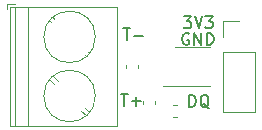
<source format=gbr>
G04 #@! TF.GenerationSoftware,KiCad,Pcbnew,(5.1.4)-1*
G04 #@! TF.CreationDate,2020-03-20T01:19:45-05:00*
G04 #@! TF.ProjectId,MAX31850 Breakout,4d415833-3138-4353-9020-427265616b6f,rev?*
G04 #@! TF.SameCoordinates,Original*
G04 #@! TF.FileFunction,Legend,Top*
G04 #@! TF.FilePolarity,Positive*
%FSLAX46Y46*%
G04 Gerber Fmt 4.6, Leading zero omitted, Abs format (unit mm)*
G04 Created by KiCad (PCBNEW (5.1.4)-1) date 2020-03-20 01:19:45*
%MOMM*%
%LPD*%
G04 APERTURE LIST*
%ADD10C,0.150000*%
%ADD11C,0.120000*%
G04 APERTURE END LIST*
D10*
X54483095Y-68524500D02*
X54387857Y-68476880D01*
X54245000Y-68476880D01*
X54102142Y-68524500D01*
X54006904Y-68619738D01*
X53959285Y-68714976D01*
X53911666Y-68905452D01*
X53911666Y-69048309D01*
X53959285Y-69238785D01*
X54006904Y-69334023D01*
X54102142Y-69429261D01*
X54245000Y-69476880D01*
X54340238Y-69476880D01*
X54483095Y-69429261D01*
X54530714Y-69381642D01*
X54530714Y-69048309D01*
X54340238Y-69048309D01*
X54959285Y-69476880D02*
X54959285Y-68476880D01*
X55530714Y-69476880D01*
X55530714Y-68476880D01*
X56006904Y-69476880D02*
X56006904Y-68476880D01*
X56245000Y-68476880D01*
X56387857Y-68524500D01*
X56483095Y-68619738D01*
X56530714Y-68714976D01*
X56578333Y-68905452D01*
X56578333Y-69048309D01*
X56530714Y-69238785D01*
X56483095Y-69334023D01*
X56387857Y-69429261D01*
X56245000Y-69476880D01*
X56006904Y-69476880D01*
X54522785Y-74747380D02*
X54522785Y-73747380D01*
X54760880Y-73747380D01*
X54903738Y-73795000D01*
X54998976Y-73890238D01*
X55046595Y-73985476D01*
X55094214Y-74175952D01*
X55094214Y-74318809D01*
X55046595Y-74509285D01*
X54998976Y-74604523D01*
X54903738Y-74699761D01*
X54760880Y-74747380D01*
X54522785Y-74747380D01*
X56189452Y-74842619D02*
X56094214Y-74795000D01*
X55998976Y-74699761D01*
X55856119Y-74556904D01*
X55760880Y-74509285D01*
X55665642Y-74509285D01*
X55713261Y-74747380D02*
X55618023Y-74699761D01*
X55522785Y-74604523D01*
X55475166Y-74414047D01*
X55475166Y-74080714D01*
X55522785Y-73890238D01*
X55618023Y-73795000D01*
X55713261Y-73747380D01*
X55903738Y-73747380D01*
X55998976Y-73795000D01*
X56094214Y-73890238D01*
X56141833Y-74080714D01*
X56141833Y-74414047D01*
X56094214Y-74604523D01*
X55998976Y-74699761D01*
X55903738Y-74747380D01*
X55713261Y-74747380D01*
X54070404Y-67079880D02*
X54689452Y-67079880D01*
X54356119Y-67460833D01*
X54498976Y-67460833D01*
X54594214Y-67508452D01*
X54641833Y-67556071D01*
X54689452Y-67651309D01*
X54689452Y-67889404D01*
X54641833Y-67984642D01*
X54594214Y-68032261D01*
X54498976Y-68079880D01*
X54213261Y-68079880D01*
X54118023Y-68032261D01*
X54070404Y-67984642D01*
X54975166Y-67079880D02*
X55308500Y-68079880D01*
X55641833Y-67079880D01*
X55879928Y-67079880D02*
X56498976Y-67079880D01*
X56165642Y-67460833D01*
X56308500Y-67460833D01*
X56403738Y-67508452D01*
X56451357Y-67556071D01*
X56498976Y-67651309D01*
X56498976Y-67889404D01*
X56451357Y-67984642D01*
X56403738Y-68032261D01*
X56308500Y-68079880D01*
X56022785Y-68079880D01*
X55927547Y-68032261D01*
X55879928Y-67984642D01*
X48752238Y-73620380D02*
X49323666Y-73620380D01*
X49037952Y-74620380D02*
X49037952Y-73620380D01*
X49657000Y-74239428D02*
X50418904Y-74239428D01*
X50037952Y-74620380D02*
X50037952Y-73858476D01*
X48942738Y-68095880D02*
X49514166Y-68095880D01*
X49228452Y-69095880D02*
X49228452Y-68095880D01*
X49847500Y-68714928D02*
X50609404Y-68714928D01*
D11*
X53292500Y-69690500D02*
X56292500Y-69690500D01*
X52292500Y-72930500D02*
X56292500Y-72930500D01*
X53177221Y-75630500D02*
X53502779Y-75630500D01*
X53177221Y-74610500D02*
X53502779Y-74610500D01*
X57407500Y-67455500D02*
X58737500Y-67455500D01*
X57407500Y-68785500D02*
X57407500Y-67455500D01*
X57407500Y-70055500D02*
X60067500Y-70055500D01*
X60067500Y-70055500D02*
X60067500Y-75195500D01*
X57407500Y-70055500D02*
X57407500Y-75195500D01*
X57407500Y-75195500D02*
X60067500Y-75195500D01*
X39086500Y-66010500D02*
X39086500Y-66410500D01*
X39726500Y-66010500D02*
X39086500Y-66010500D01*
X43394500Y-72552500D02*
X42998500Y-72157500D01*
X46040500Y-75198500D02*
X45660500Y-74818500D01*
X43112500Y-72803500D02*
X42732500Y-72423500D01*
X45774500Y-75464500D02*
X45378500Y-75069500D01*
X43105500Y-67262500D02*
X42998500Y-67156500D01*
X46040500Y-70198500D02*
X45933500Y-70091500D01*
X42839500Y-67528500D02*
X42732500Y-67422500D01*
X45774500Y-70464500D02*
X45667500Y-70357500D01*
X48446500Y-76370500D02*
X39326500Y-76370500D01*
X48446500Y-66250500D02*
X39326500Y-66250500D01*
X39326500Y-66250500D02*
X39326500Y-76370500D01*
X48446500Y-66250500D02*
X48446500Y-76370500D01*
X40886500Y-66250500D02*
X40886500Y-76370500D01*
X39786500Y-66250500D02*
X39786500Y-76370500D01*
X46566500Y-73810500D02*
G75*
G03X46566500Y-73810500I-2180000J0D01*
G01*
X46566500Y-68810500D02*
G75*
G03X46566500Y-68810500I-2180000J0D01*
G01*
X50607500Y-74195721D02*
X50607500Y-74521279D01*
X51627500Y-74195721D02*
X51627500Y-74521279D01*
X50167000Y-71473279D02*
X50167000Y-71147721D01*
X49147000Y-71473279D02*
X49147000Y-71147721D01*
M02*

</source>
